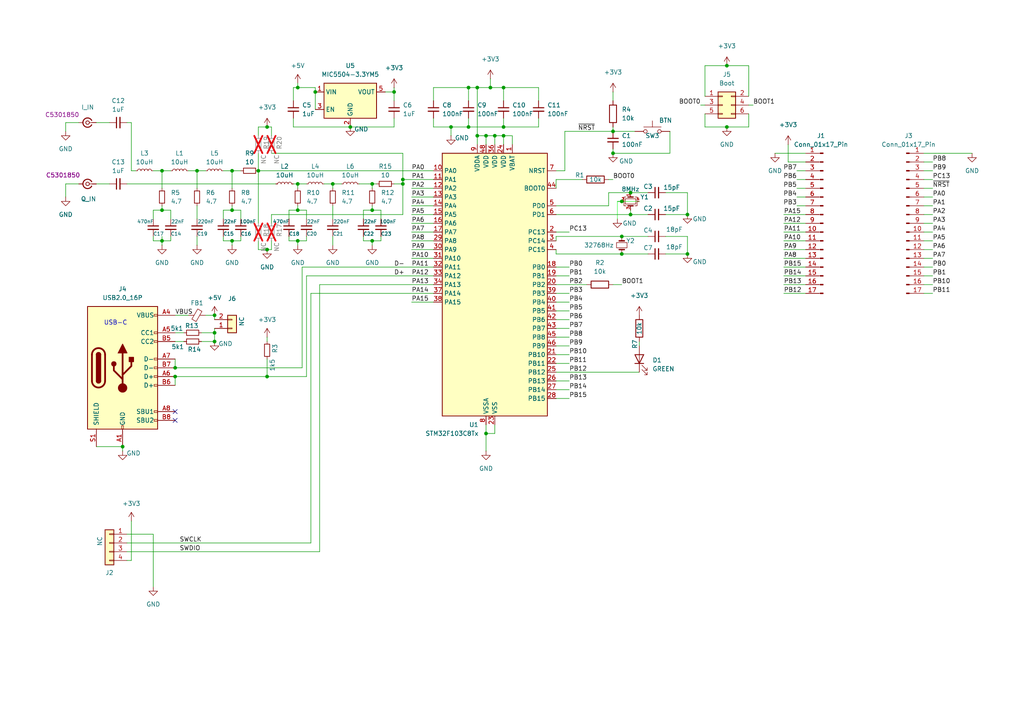
<source format=kicad_sch>
(kicad_sch (version 20250114) (generator "eeschema") (generator_version "9.0")
  (paper "A4")
  (text "USB-C" (at 33.528 93.726 0) (effects (font (size 1.27 1.27))))
  (junction (at 62.23 99.06))
  (junction (at 86.36 69.85))
  (junction (at 77.47 109.22))
  (junction (at 86.36 53.34))
  (junction (at 116.84 52.07))
  (junction (at 116.84 53.34))
  (junction (at 210.82 36.83))
  (junction (at 96.52 53.34))
  (junction (at 180.34 73.66))
  (junction (at 50.8 109.22))
  (junction (at 143.51 39.37))
  (junction (at 67.31 49.53))
  (junction (at 101.6 36.83))
  (junction (at 107.95 69.85))
  (junction (at 146.05 25.4))
  (junction (at 74.93 49.53))
  (junction (at 35.56 129.54))
  (junction (at 138.43 39.37))
  (junction (at 135.89 25.4))
  (junction (at 114.3 26.67))
  (junction (at 86.36 60.96))
  (junction (at 130.81 36.83))
  (junction (at 50.8 106.68))
  (junction (at 46.99 49.53))
  (junction (at 107.95 53.34))
  (junction (at 46.99 60.96))
  (junction (at 138.43 25.4))
  (junction (at 67.31 69.85))
  (junction (at 91.44 26.67))
  (junction (at 146.05 36.83))
  (junction (at 135.89 36.83))
  (junction (at 142.24 25.4))
  (junction (at 86.36 25.4))
  (junction (at 180.34 58.42))
  (junction (at 46.99 69.85))
  (junction (at 62.23 91.44))
  (junction (at 62.23 96.52))
  (junction (at 140.97 39.37))
  (junction (at 67.31 60.96))
  (junction (at 77.47 72.39))
  (junction (at 77.47 36.83))
  (junction (at 146.05 39.37))
  (junction (at 177.8 38.1))
  (junction (at 199.39 73.66))
  (junction (at 107.95 60.96))
  (junction (at 199.39 62.23))
  (junction (at 57.15 49.53))
  (junction (at 177.8 44.45))
  (junction (at 140.97 125.73))
  (junction (at 180.34 68.58))
  (junction (at 182.88 55.88))
  (junction (at 210.82 19.05))
  (junction (at 182.88 62.23))
  (no_connect (at 50.8 119.38))
  (no_connect (at 50.8 121.92))
  (wire (pts (xy 78.74 72.39) (xy 78.74 69.85)))
  (wire (pts (xy 267.97 80.01) (xy 270.51 80.01)))
  (wire (pts (xy 203.2 30.48) (xy 204.47 30.48)))
  (wire (pts (xy 77.47 72.39) (xy 78.74 72.39)))
  (wire (pts (xy 138.43 25.4) (xy 135.89 25.4)))
  (wire (pts (xy 31.75 53.34) (xy 27.94 53.34)))
  (wire (pts (xy 119.38 72.39) (xy 125.73 72.39)))
  (wire (pts (xy 176.53 52.07) (xy 177.8 52.07)))
  (wire (pts (xy 58.42 99.06) (xy 62.23 99.06)))
  (wire (pts (xy 217.17 19.05) (xy 210.82 19.05)))
  (wire (pts (xy 78.74 39.37) (xy 78.74 36.83)))
  (wire (pts (xy 86.36 24.13) (xy 86.36 25.4)))
  (wire (pts (xy 233.68 52.07) (xy 231.14 52.07)))
  (wire (pts (xy 58.42 96.52) (xy 62.23 96.52)))
  (wire (pts (xy 114.3 36.83) (xy 101.6 36.83)))
  (wire (pts (xy 267.97 72.39) (xy 270.51 72.39)))
  (wire (pts (xy 267.97 67.31) (xy 270.51 67.31)))
  (wire (pts (xy 267.97 46.99) (xy 270.51 46.99)))
  (wire (pts (xy 86.36 53.34) (xy 86.36 54.61)))
  (wire (pts (xy 83.82 69.85) (xy 83.82 68.58)))
  (wire (pts (xy 233.68 49.53) (xy 231.14 49.53)))
  (wire (pts (xy 69.85 69.85) (xy 69.85 68.58)))
  (wire (pts (xy 193.04 62.23) (xy 199.39 62.23)))
  (wire (pts (xy 46.99 69.85) (xy 46.99 71.12)))
  (wire (pts (xy 182.88 62.23) (xy 182.88 60.96)))
  (wire (pts (xy 161.29 90.17) (xy 165.1 90.17)))
  (wire (pts (xy 116.84 52.07) (xy 125.73 52.07)))
  (wire (pts (xy 180.34 58.42) (xy 185.42 58.42)) (stroke (width 0) (color 54 255 62 0.36)))
  (wire (pts (xy 227.33 64.77) (xy 233.68 64.77)))
  (wire (pts (xy 36.83 157.48) (xy 90.17 157.48)))
  (wire (pts (xy 74.93 39.37) (xy 74.93 36.83)))
  (wire (pts (xy 36.83 35.56) (xy 38.1 35.56)))
  (wire (pts (xy 36.83 154.94) (xy 44.45 154.94)))
  (wire (pts (xy 180.34 73.66) (xy 187.96 73.66)))
  (wire (pts (xy 46.99 68.58) (xy 46.99 69.85)))
  (wire (pts (xy 116.84 53.34) (xy 114.3 53.34)))
  (wire (pts (xy 36.83 162.56) (xy 38.1 162.56)))
  (wire (pts (xy 86.36 60.96) (xy 88.9 60.96)))
  (wire (pts (xy 119.38 59.69) (xy 125.73 59.69)))
  (wire (pts (xy 74.93 44.45) (xy 74.93 49.53)))
  (wire (pts (xy 83.82 69.85) (xy 86.36 69.85)))
  (wire (pts (xy 143.51 125.73) (xy 143.51 123.19)))
  (wire (pts (xy 74.93 36.83) (xy 77.47 36.83)))
  (wire (pts (xy 83.82 60.96) (xy 83.82 63.5)))
  (wire (pts (xy 224.79 44.45) (xy 233.68 44.45)))
  (wire (pts (xy 161.29 113.03) (xy 165.1 113.03)))
  (wire (pts (xy 105.41 69.85) (xy 105.41 68.58)))
  (wire (pts (xy 267.97 64.77) (xy 270.51 64.77)))
  (wire (pts (xy 62.23 91.44) (xy 62.23 92.71)))
  (wire (pts (xy 140.97 130.81) (xy 140.97 125.73)))
  (wire (pts (xy 204.47 33.02) (xy 204.47 36.83)))
  (wire (pts (xy 125.73 29.21) (xy 125.73 25.4)))
  (wire (pts (xy 227.33 80.01) (xy 233.68 80.01)))
  (wire (pts (xy 140.97 123.19) (xy 140.97 125.73)))
  (wire (pts (xy 130.81 36.83) (xy 130.81 39.37)))
  (wire (pts (xy 161.29 100.33) (xy 165.1 100.33)))
  (wire (pts (xy 87.63 77.47) (xy 125.73 77.47)))
  (wire (pts (xy 64.77 63.5) (xy 64.77 60.96)))
  (wire (pts (xy 267.97 62.23) (xy 270.51 62.23)))
  (wire (pts (xy 143.51 39.37) (xy 140.97 39.37)))
  (wire (pts (xy 119.38 69.85) (xy 125.73 69.85)))
  (wire (pts (xy 148.59 41.91) (xy 148.59 39.37)))
  (wire (pts (xy 67.31 49.53) (xy 67.31 54.61)))
  (wire (pts (xy 50.8 109.22) (xy 50.8 111.76)))
  (wire (pts (xy 74.93 72.39) (xy 77.47 72.39)))
  (wire (pts (xy 125.73 34.29) (xy 125.73 36.83)))
  (wire (pts (xy 161.29 82.55) (xy 170.18 82.55)))
  (wire (pts (xy 119.38 87.63) (xy 125.73 87.63)))
  (wire (pts (xy 146.05 36.83) (xy 146.05 34.29)))
  (wire (pts (xy 179.07 58.42) (xy 180.34 58.42)) (stroke (width 0) (color 54 255 62 0.36)))
  (wire (pts (xy 179.07 58.42) (xy 180.34 58.42)))
  (wire (pts (xy 156.21 25.4) (xy 146.05 25.4)))
  (wire (pts (xy 86.36 53.34) (xy 88.9 53.34)))
  (wire (pts (xy 85.09 36.83) (xy 101.6 36.83)))
  (wire (pts (xy 88.9 109.22) (xy 88.9 80.01)))
  (wire (pts (xy 44.45 69.85) (xy 46.99 69.85)))
  (wire (pts (xy 85.09 34.29) (xy 85.09 36.83)))
  (wire (pts (xy 182.88 62.23) (xy 187.96 62.23)))
  (wire (pts (xy 233.68 54.61) (xy 231.14 54.61)))
  (wire (pts (xy 193.04 68.58) (xy 199.39 68.58)))
  (wire (pts (xy 105.41 60.96) (xy 107.95 60.96)))
  (wire (pts (xy 204.47 36.83) (xy 210.82 36.83)))
  (wire (pts (xy 161.29 73.66) (xy 180.34 73.66)))
  (wire (pts (xy 83.82 60.96) (xy 86.36 60.96)))
  (wire (pts (xy 69.85 63.5) (xy 69.85 60.96)))
  (wire (pts (xy 46.99 60.96) (xy 49.53 60.96)))
  (wire (pts (xy 210.82 36.83) (xy 217.17 36.83)))
  (wire (pts (xy 107.95 71.12) (xy 107.95 69.85)))
  (wire (pts (xy 77.47 97.79) (xy 77.47 99.06)))
  (wire (pts (xy 231.14 59.69) (xy 233.68 59.69)))
  (wire (pts (xy 87.63 106.68) (xy 87.63 77.47)))
  (wire (pts (xy 187.96 68.58) (xy 180.34 68.58)))
  (wire (pts (xy 140.97 41.91) (xy 140.97 39.37)))
  (wire (pts (xy 227.33 85.09) (xy 233.68 85.09)))
  (wire (pts (xy 44.45 69.85) (xy 44.45 68.58)))
  (wire (pts (xy 96.52 53.34) (xy 99.06 53.34)))
  (wire (pts (xy 227.33 82.55) (xy 233.68 82.55)))
  (wire (pts (xy 163.83 49.53) (xy 161.29 49.53)))
  (wire (pts (xy 161.29 52.07) (xy 161.29 54.61)))
  (wire (pts (xy 67.31 69.85) (xy 69.85 69.85)))
  (wire (pts (xy 86.36 25.4) (xy 91.44 25.4)))
  (wire (pts (xy 161.29 68.58) (xy 180.34 68.58)))
  (wire (pts (xy 142.24 25.4) (xy 138.43 25.4)))
  (wire (pts (xy 182.88 55.88) (xy 187.96 55.88)))
  (wire (pts (xy 46.99 69.85) (xy 49.53 69.85)))
  (wire (pts (xy 92.71 82.55) (xy 125.73 82.55)))
  (wire (pts (xy 267.97 85.09) (xy 270.51 85.09)))
  (wire (pts (xy 228.6 46.99) (xy 233.68 46.99)))
  (wire (pts (xy 177.8 26.67) (xy 177.8 29.21)))
  (wire (pts (xy 50.8 104.14) (xy 50.8 106.68)))
  (wire (pts (xy 67.31 69.85) (xy 64.77 69.85)))
  (wire (pts (xy 161.29 95.25) (xy 165.1 95.25)))
  (wire (pts (xy 161.29 107.95) (xy 185.42 107.95)))
  (wire (pts (xy 96.52 59.69) (xy 96.52 63.5)))
  (wire (pts (xy 227.33 77.47) (xy 233.68 77.47)))
  (wire (pts (xy 67.31 71.12) (xy 67.31 69.85)))
  (wire (pts (xy 185.42 100.33) (xy 185.42 99.06)))
  (wire (pts (xy 50.8 109.22) (xy 77.47 109.22)))
  (wire (pts (xy 57.15 59.69) (xy 57.15 63.5)))
  (wire (pts (xy 138.43 41.91) (xy 138.43 39.37)))
  (wire (pts (xy 77.47 104.14) (xy 77.47 109.22)))
  (wire (pts (xy 146.05 41.91) (xy 146.05 39.37)))
  (wire (pts (xy 119.38 67.31) (xy 125.73 67.31)))
  (wire (pts (xy 210.82 19.05) (xy 204.47 19.05)))
  (wire (pts (xy 116.84 52.07) (xy 116.84 53.34)))
  (wire (pts (xy 199.39 68.58) (xy 199.39 73.66)))
  (wire (pts (xy 57.15 49.53) (xy 59.69 49.53)))
  (wire (pts (xy 44.45 154.94) (xy 44.45 170.18)))
  (wire (pts (xy 161.29 87.63) (xy 165.1 87.63)))
  (wire (pts (xy 184.15 38.1) (xy 177.8 38.1)))
  (wire (pts (xy 85.09 25.4) (xy 86.36 25.4)))
  (wire (pts (xy 67.31 49.53) (xy 69.85 49.53)))
  (wire (pts (xy 193.04 73.66) (xy 199.39 73.66)))
  (wire (pts (xy 199.39 55.88) (xy 199.39 62.23)))
  (wire (pts (xy 74.93 49.53) (xy 125.73 49.53)))
  (wire (pts (xy 177.8 43.18) (xy 177.8 44.45)))
  (wire (pts (xy 57.15 68.58) (xy 57.15 71.12)))
  (wire (pts (xy 146.05 39.37) (xy 143.51 39.37)))
  (wire (pts (xy 86.36 69.85) (xy 88.9 69.85)))
  (wire (pts (xy 227.33 74.93) (xy 233.68 74.93)))
  (wire (pts (xy 104.14 53.34) (xy 107.95 53.34)))
  (wire (pts (xy 92.71 160.02) (xy 92.71 82.55)))
  (wire (pts (xy 125.73 25.4) (xy 135.89 25.4)))
  (wire (pts (xy 44.45 60.96) (xy 44.45 63.5)))
  (wire (pts (xy 88.9 60.96) (xy 88.9 63.5)))
  (wire (pts (xy 107.95 59.69) (xy 107.95 60.96)))
  (wire (pts (xy 90.17 85.09) (xy 125.73 85.09)))
  (wire (pts (xy 77.47 109.22) (xy 88.9 109.22)))
  (wire (pts (xy 67.31 59.69) (xy 67.31 60.96)))
  (wire (pts (xy 267.97 49.53) (xy 270.51 49.53)))
  (wire (pts (xy 165.1 115.57) (xy 161.29 115.57)))
  (wire (pts (xy 161.29 77.47) (xy 165.1 77.47)))
  (wire (pts (xy 161.29 92.71) (xy 165.1 92.71)))
  (wire (pts (xy 19.05 38.1) (xy 19.05 35.56)))
  (wire (pts (xy 46.99 59.69) (xy 46.99 60.96)))
  (wire (pts (xy 93.98 53.34) (xy 96.52 53.34)))
  (wire (pts (xy 161.29 102.87) (xy 165.1 102.87)))
  (wire (pts (xy 96.52 68.58) (xy 96.52 71.12)))
  (wire (pts (xy 31.75 35.56) (xy 27.94 35.56)))
  (wire (pts (xy 177.8 38.1) (xy 177.8 36.83)))
  (wire (pts (xy 44.45 60.96) (xy 46.99 60.96)))
  (wire (pts (xy 78.74 62.23) (xy 116.84 62.23)))
  (wire (pts (xy 107.95 53.34) (xy 107.95 54.61)))
  (wire (pts (xy 140.97 125.73) (xy 143.51 125.73)))
  (wire (pts (xy 114.3 34.29) (xy 114.3 36.83)))
  (wire (pts (xy 119.38 62.23) (xy 125.73 62.23)))
  (wire (pts (xy 110.49 63.5) (xy 110.49 60.96)))
  (wire (pts (xy 46.99 49.53) (xy 46.99 54.61)))
  (wire (pts (xy 50.8 91.44) (xy 54.61 91.44)))
  (wire (pts (xy 107.95 69.85) (xy 105.41 69.85)))
  (wire (pts (xy 179.07 58.42) (xy 179.07 63.5)) (stroke (width 0) (color 54 255 62 0.36)))
  (wire (pts (xy 161.29 105.41) (xy 165.1 105.41)))
  (wire (pts (xy 74.93 49.53) (xy 74.93 64.77)))
  (wire (pts (xy 107.95 69.85) (xy 110.49 69.85)))
  (wire (pts (xy 161.29 97.79) (xy 165.1 97.79)))
  (wire (pts (xy 161.29 52.07) (xy 168.91 52.07)))
  (wire (pts (xy 85.09 29.21) (xy 85.09 25.4)))
  (wire (pts (xy 46.99 49.53) (xy 49.53 49.53)))
  (wire (pts (xy 138.43 39.37) (xy 138.43 25.4)))
  (wire (pts (xy 227.33 67.31) (xy 233.68 67.31)))
  (wire (pts (xy 36.83 160.02) (xy 92.71 160.02)))
  (wire (pts (xy 156.21 29.21) (xy 156.21 25.4)))
  (wire (pts (xy 199.39 55.88) (xy 193.04 55.88)))
  (wire (pts (xy 267.97 77.47) (xy 270.51 77.47)))
  (wire (pts (xy 176.53 55.88) (xy 176.53 59.69)))
  (wire (pts (xy 233.68 57.15) (xy 231.14 57.15)))
  (wire (pts (xy 96.52 53.34) (xy 96.52 54.61)))
  (wire (pts (xy 50.8 96.52) (xy 53.34 96.52)))
  (wire (pts (xy 119.38 57.15) (xy 125.73 57.15)))
  (wire (pts (xy 69.85 60.96) (xy 67.31 60.96)))
  (wire (pts (xy 161.29 68.58) (xy 161.29 69.85)))
  (wire (pts (xy 135.89 36.83) (xy 146.05 36.83)))
  (wire (pts (xy 38.1 35.56) (xy 38.1 49.53)))
  (wire (pts (xy 227.33 69.85) (xy 233.68 69.85)))
  (wire (pts (xy 267.97 74.93) (xy 270.51 74.93)))
  (wire (pts (xy 49.53 60.96) (xy 49.53 63.5)))
  (wire (pts (xy 88.9 68.58) (xy 88.9 69.85)))
  (wire (pts (xy 62.23 95.25) (xy 62.23 96.52)))
  (wire (pts (xy 27.94 129.54) (xy 35.56 129.54)))
  (wire (pts (xy 105.41 63.5) (xy 105.41 60.96)))
  (wire (pts (xy 161.29 67.31) (xy 165.1 67.31)))
  (wire (pts (xy 91.44 25.4) (xy 91.44 26.67)))
  (wire (pts (xy 267.97 57.15) (xy 270.51 57.15)))
  (wire (pts (xy 156.21 36.83) (xy 156.21 34.29)))
  (wire (pts (xy 114.3 25.4) (xy 114.3 26.67)))
  (wire (pts (xy 116.84 62.23) (xy 116.84 53.34)))
  (wire (pts (xy 91.44 26.67) (xy 91.44 31.75)))
  (wire (pts (xy 161.29 110.49) (xy 165.1 110.49)))
  (wire (pts (xy 148.59 39.37) (xy 146.05 39.37)))
  (wire (pts (xy 50.8 106.68) (xy 87.63 106.68)))
  (wire (pts (xy 194.31 44.45) (xy 177.8 44.45)))
  (wire (pts (xy 88.9 80.01) (xy 125.73 80.01)))
  (wire (pts (xy 19.05 57.15) (xy 19.05 53.34)))
  (wire (pts (xy 86.36 59.69) (xy 86.36 60.96)))
  (wire (pts (xy 267.97 52.07) (xy 270.51 52.07)))
  (wire (pts (xy 64.77 49.53) (xy 67.31 49.53)))
  (wire (pts (xy 135.89 29.21) (xy 135.89 25.4)))
  (wire (pts (xy 267.97 82.55) (xy 270.51 82.55)))
  (wire (pts (xy 135.89 36.83) (xy 135.89 34.29)))
  (wire (pts (xy 140.97 39.37) (xy 138.43 39.37)))
  (wire (pts (xy 38.1 162.56) (xy 38.1 151.13)))
  (wire (pts (xy 267.97 44.45) (xy 281.94 44.45)))
  (wire (pts (xy 116.84 44.45) (xy 116.84 52.07)))
  (wire (pts (xy 86.36 71.12) (xy 86.36 69.85)))
  (wire (pts (xy 130.81 36.83) (xy 135.89 36.83)))
  (wire (pts (xy 110.49 60.96) (xy 107.95 60.96)))
  (wire (pts (xy 59.69 91.44) (xy 62.23 91.44)))
  (wire (pts (xy 125.73 36.83) (xy 130.81 36.83)))
  (wire (pts (xy 50.8 99.06) (xy 53.34 99.06)))
  (wire (pts (xy 107.95 53.34) (xy 109.22 53.34)))
  (wire (pts (xy 146.05 25.4) (xy 142.24 25.4)))
  (wire (pts (xy 161.29 85.09) (xy 165.1 85.09)))
  (wire (pts (xy 267.97 54.61) (xy 270.51 54.61)))
  (wire (pts (xy 119.38 64.77) (xy 125.73 64.77)))
  (wire (pts (xy 35.56 129.54) (xy 35.56 130.81)))
  (wire (pts (xy 142.24 22.86) (xy 142.24 25.4)))
  (wire (pts (xy 267.97 59.69) (xy 270.51 59.69)))
  (wire (pts (xy 64.77 69.85) (xy 64.77 68.58)))
  (wire (pts (xy 111.76 26.67) (xy 114.3 26.67)))
  (wire (pts (xy 176.53 55.88) (xy 182.88 55.88)))
  (wire (pts (xy 161.29 73.66) (xy 161.29 72.39)))
  (wire (pts (xy 217.17 30.48) (xy 218.44 30.48)))
  (wire (pts (xy 78.74 36.83) (xy 77.47 36.83)))
  (wire (pts (xy 114.3 29.21) (xy 114.3 26.67)))
  (wire (pts (xy 161.29 80.01) (xy 165.1 80.01)))
  (wire (pts (xy 36.83 53.34) (xy 80.01 53.34)))
  (wire (pts (xy 44.45 49.53) (xy 46.99 49.53)))
  (wire (pts (xy 49.53 68.58) (xy 49.53 69.85)))
  (wire (pts (xy 38.1 49.53) (xy 39.37 49.53)))
  (wire (pts (xy 78.74 44.45) (xy 116.84 44.45)))
  (wire (pts (xy 62.23 96.52) (xy 62.23 99.06)))
  (wire (pts (xy 90.17 157.48) (xy 90.17 85.09)))
  (wire (pts (xy 19.05 35.56) (xy 22.86 35.56)))
  (wire (pts (xy 217.17 36.83) (xy 217.17 33.02)))
  (wire (pts (xy 227.33 72.39) (xy 233.68 72.39)))
  (wire (pts (xy 143.51 41.91) (xy 143.51 39.37)))
  (wire (pts (xy 146.05 25.4) (xy 146.05 29.21)))
  (wire (pts (xy 204.47 19.05) (xy 204.47 27.94)))
  (wire (pts (xy 78.74 64.77) (xy 78.74 62.23)))
  (wire (pts (xy 217.17 27.94) (xy 217.17 19.05)))
  (wire (pts (xy 146.05 36.83) (xy 156.21 36.83)))
  (wire (pts (xy 227.33 62.23) (xy 233.68 62.23)))
  (wire (pts (xy 161.29 59.69) (xy 176.53 59.69)))
  (wire (pts (xy 110.49 69.85) (xy 110.49 68.58)))
  (wire (pts (xy 163.83 38.1) (xy 177.8 38.1)))
  (wire (pts (xy 119.38 74.93) (xy 125.73 74.93)))
  (wire (pts (xy 177.8 82.55) (xy 180.34 82.55)))
  (wire (pts (xy 64.77 60.96) (xy 67.31 60.96)))
  (wire (pts (xy 74.93 69.85) (xy 74.93 72.39)))
  (wire (pts (xy 163.83 38.1) (xy 163.83 49.53)))
  (wire (pts (xy 85.09 53.34) (xy 86.36 53.34)))
  (wire (pts (xy 161.29 62.23) (xy 182.88 62.23)))
  (wire (pts (xy 57.15 49.53) (xy 57.15 54.61)))
  (wire (pts (xy 267.97 69.85) (xy 270.51 69.85)))
  (wire (pts (xy 194.31 38.1) (xy 194.31 44.45)))
  (wire (pts (xy 228.6 46.99) (xy 228.6 41.91)))
  (wire (pts (xy 19.05 53.34) (xy 22.86 53.34)))
  (wire (pts (xy 119.38 54.61) (xy 125.73 54.61)))
  (wire (pts (xy 54.61 49.53) (xy 57.15 49.53)))
  (label "PB9" (at 165.1 100.33 0))
  (label "PC13" (at 165.1 67.31 0))
  (label "PB0" (at 165.1 77.47 0))
  (label "PA11" (at 119.38 77.47 0))
  (label "PA12" (at 227.33 64.77 0))
  (label "PB6" (at 165.1 92.71 0))
  (label "PA8" (at 227.33 74.93 0))
  (label "PB8" (at 270.51 46.99 0))
  (label "PA15" (at 119.38 87.63 0))
  (label "PB8" (at 165.1 97.79 0))
  (label "PA10" (at 119.38 74.93 0))
  (label "~{NRST}" (at 167.64 38.1 0))
  (label "PB0" (at 270.51 77.47 0))
  (label "VBUS" (at 50.8 91.44 0))
  (label "PB12" (at 227.33 85.09 0))
  (label "D+" (at 114.3 80.01 0))
  (label "PA10" (at 227.33 69.85 0))
  (label "PA5" (at 270.51 69.85 0))
  (label "PB15" (at 165.1 115.57 0))
  (label "~{NRST}" (at 270.51 54.61 0))
  (label "BOOT0" (at 177.8 52.07 0))
  (label "BOOT1" (at 180.34 82.55 0))
  (label "PA0" (at 270.51 57.15 0))
  (label "PA2" (at 119.38 54.61 0))
  (label "PA8" (at 119.38 69.85 0))
  (label "PA1" (at 270.51 59.69 0))
  (label "PB14" (at 165.1 113.03 0))
  (label "PA7" (at 270.51 74.93 0))
  (label "PA3" (at 270.51 64.77 0))
  (label "PA4" (at 119.38 59.69 0))
  (label "D-" (at 114.3 77.47 0))
  (label "PB2" (at 165.1 82.55 0))
  (label "PA12" (at 119.38 80.01 0))
  (label "PB11" (at 165.1 105.41 0))
  (label "PB5" (at 165.1 90.17 0))
  (label "PB4" (at 165.1 87.63 0))
  (label "PB1" (at 270.51 80.01 0))
  (label "PB12" (at 165.1 107.95 0))
  (label "PB10" (at 165.1 102.87 0))
  (label "PB13" (at 165.1 110.49 0))
  (label "BOOT0" (at 203.2 30.48 180))
  (label "PB1" (at 165.1 80.01 0))
  (label "PA2" (at 270.51 62.23 0))
  (label "PA9" (at 227.33 72.39 0))
  (label "PB13" (at 227.33 82.55 0))
  (label "PB15" (at 227.33 77.47 0))
  (label "PA6" (at 119.38 64.77 0))
  (label "SWCLK" (at 52.07 157.48 0))
  (label "PB11" (at 270.51 85.09 0))
  (label "PB3" (at 231.14 59.69 180))
  (label "PA11" (at 227.33 67.31 0))
  (label "PA4" (at 270.51 67.31 0))
  (label "PA7" (at 119.38 67.31 0))
  (label "PB6" (at 231.14 52.07 180))
  (label "PA5" (at 119.38 62.23 0))
  (label "PA15" (at 227.33 62.23 0))
  (label "PB7" (at 165.1 95.25 0))
  (label "PA9" (at 119.38 72.39 0))
  (label "PB3" (at 165.1 85.09 0))
  (label "PB10" (at 270.51 82.55 0))
  (label "PB9" (at 270.51 49.53 0))
  (label "PA0" (at 119.38 49.53 0))
  (label "PB4" (at 231.14 57.15 180))
  (label "PA13" (at 119.38 82.55 0))
  (label "SWDIO" (at 52.07 160.02 0))
  (label "PB5" (at 231.14 54.61 180))
  (label "PB14" (at 227.33 80.01 0))
  (label "PA6" (at 270.51 72.39 0))
  (label "PA3" (at 119.38 57.15 0))
  (label "BOOT1" (at 218.44 30.48 0))
  (label "PA14" (at 119.38 85.09 0))
  (label "PA1" (at 119.38 52.07 0))
  (label "PC13" (at 270.51 52.07 0))
  (label "PB7" (at 231.14 49.53 180))
  (symbol (lib_id "Connector:Conn_Coaxial_Small") (at 25.4 35.56 180) (unit 1)
    (property "Reference" "J20" (effects (hide yes)))
    (property "Value" "I_IN" (at 25.418 31.11 0))
    (property "Footprint" "Connector_Coaxial:SMA_Samtec_SMA-J-P-H-ST-EM1_EdgeMount" (effects (hide yes)))
    (property "Description" "small coaxial connector (BNC, SMA, SMB, SMC, Cinch/RCA, LEMO, ...)" (effects (hide yes)))
    (property "LCSC" "C5301850" (at 18.034 33.274 0))
  )
  (symbol (lib_id "Connector:Conn_Coaxial_Small") (at 25.4 53.34 180) (unit 1)
    (property "Reference" "J21" (effects (hide yes)))
    (property "Value" "Q_IN" (at 25.672 57.714 0))
    (property "Footprint" "Connector_Coaxial:SMA_Samtec_SMA-J-P-H-ST-EM1_EdgeMount" (effects (hide yes)))
    (property "Description" "small coaxial connector (BNC, SMA, SMB, SMC, Cinch/RCA, LEMO, ...)" (effects (hide yes)))
    (property "LCSC" "C5301850" (at 18.288 50.8 0))
  )
  (symbol (lib_id "Device:C_Small") (at 96.52 66.04 0) (unit 1)
    (property "Reference" "C21" (at 98.044 67.818 0) (effects (font (size 1 1))))
    (property "Value" "220nF" (at 99.06 64.262 0) (effects (font (size 1 1))))
    (property "Footprint" "Capacitor_SMD:C_0402_1005Metric" (effects (hide yes)))
    (property "Description" "Unpolarized capacitor, small symbol" (effects (hide yes)))
    (property "LCSC" "C16772" (effects (hide yes)))
  )
  (symbol (lib_id "Device:C_Small") (at 85.09 31.75 0) (unit 1)
    (property "Reference" "C5" (at 87.63 30.4862 0) (effects (justify left)))
    (property "Value" "1uF" (at 87.63 33.0262 0) (effects (justify left)))
    (property "Footprint" "Capacitor_SMD:C_0805_2012Metric" (effects (hide yes)))
    (property "LCSC" "C28323" (effects (hide yes)))
  )
  (symbol (lib_id "Device:R") (at 173.99 82.55 270) (unit 1)
    (property "Reference" "R2" (at 173.99 76.2 90))
    (property "Value" "10k" (at 173.99 78.74 90))
    (property "Footprint" "Resistor_SMD:R_0402_1005Metric" (effects (hide yes)))
    (property "Description" "Resistor" (effects (hide yes)))
    (property "LCSC" "C25744" (effects (hide yes)))
  )
  (symbol (lib_id "Connector:Conn_01x17_Pin") (at 238.76 64.77 0) (mirror y) (unit 1)
    (property "Reference" "J1" (at 238.125 39.37 0))
    (property "Value" "Conn_01x17_Pin" (at 238.125 41.91 0))
    (property "Footprint" "Connector_PinHeader_2.54mm:PinHeader_1x17_P2.54mm_Vertical" (effects (hide yes)))
    (property "Description" "Generic connector, single row, 01x17, script generated" (effects (hide yes)))
  )
  (symbol (lib_id "power:GND") (at 101.6 36.83 0) (unit 1)
    (property "Reference" "#PWR0127" (effects (hide yes)))
    (property "Value" "GND" (at 104.775 37.465 0))
  )
  (symbol (lib_id "power:+5V") (at 62.23 91.44 0) (unit 1)
    (property "Reference" "#PWR05" (effects (hide yes)))
    (property "Value" "+5V" (at 62.23 86.36 0))
    (property "Description" "Power symbol creates a global label with name \"+5V\"" (effects (hide yes)))
  )
  (symbol (lib_id "Device:C_Small") (at 190.5 55.88 90) (unit 1)
    (property "Reference" "C3" (at 187.96 54.102 90))
    (property "Value" "15pF" (at 194.818 54.356 90))
    (property "Footprint" "Capacitor_SMD:C_0402_1005Metric" (effects (hide yes)))
    (property "Description" "Unpolarized capacitor, small symbol" (effects (hide yes)))
    (property "LCSC" "C1548" (effects (hide yes)))
  )
  (symbol (lib_name "R_Small_1") (lib_id "Device:R_Small") (at 111.76 53.34 270) (unit 1)
    (property "Reference" "R15" (at 111.76 48.26 90))
    (property "Value" "10" (at 111.76 50.8 90))
    (property "Footprint" "Resistor_SMD:R_0603_1608Metric" (effects (hide yes)))
    (property "Description" "Resistor, small symbol" (effects (hide yes)))
    (property "LCSC" "C22859" (effects (hide yes)))
  )
  (symbol (lib_id "Device:L_Small") (at 62.23 49.53 90) (unit 1)
    (property "Reference" "L5" (at 62.23 44.45 90))
    (property "Value" "10uH" (at 62.23 46.99 90))
    (property "Footprint" "Inductor_SMD:L_0805_2012Metric" (effects (hide yes)))
    (property "Description" "Inductor, small symbol" (effects (hide yes)))
    (property "LCSC" "C1046" (effects (hide yes)))
  )
  (symbol (lib_id "power:+3V3") (at 185.42 91.44 0) (unit 1)
    (property "Reference" "#PWR023" (effects (hide yes)))
    (property "Value" "+3V3" (at 185.42 85.725 0))
  )
  (symbol (lib_id "Device:C_Small") (at 88.9 66.04 0) (unit 1)
    (property "Reference" "C20" (at 90.424 67.818 0) (effects (font (size 1 1))))
    (property "Value" "22nF" (at 90.932 64.262 0) (effects (font (size 1 1))))
    (property "Footprint" "Capacitor_SMD:C_0402_1005Metric" (effects (hide yes)))
    (property "Description" "Unpolarized capacitor, small symbol" (effects (hide yes)))
    (property "LCSC" "C1532" (effects (hide yes)))
  )
  (symbol (lib_id "power:GND") (at 107.95 71.12 0) (unit 1)
    (property "Reference" "#PWR028" (effects (hide yes)))
    (property "Value" "GND" (at 107.95 76.2 0))
    (property "Description" "Power symbol creates a global label with name \"GND\" , ground" (effects (hide yes)))
  )
  (symbol (lib_id "Regulator_Linear:MIC5504-3.3YM5") (at 101.6 29.21 0) (unit 1)
    (property "Reference" "U5" (at 101.6 19.05 0))
    (property "Value" "MIC5504-3.3YM5" (at 101.6 21.59 0))
    (property "Footprint" "Package_TO_SOT_SMD:SOT-23-5" (effects (hide yes)))
    (property "Datasheet" "http://ww1.microchip.com/downloads/en/DeviceDoc/MIC550X.pdf" (effects (hide yes)))
    (property "LCSC" "C3021093" (effects (hide yes)))
  )
  (symbol (lib_id "power:GND") (at 199.39 73.66 0) (unit 1)
    (property "Reference" "#PWR013" (effects (hide yes)))
    (property "Value" "GND" (at 202.946 75.946 0))
    (property "Description" "Power symbol creates a global label with name \"GND\" , ground" (effects (hide yes)))
  )
  (symbol (lib_id "Device:R_Small") (at 55.88 99.06 90) (unit 1)
    (property "Reference" "R14" (at 56.388 101.346 90))
    (property "Value" "5k1" (at 51.562 100.584 90))
    (property "Footprint" "Resistor_SMD:R_0402_1005Metric" (effects (hide yes)))
    (property "Description" "Resistor, small symbol" (effects (hide yes)))
    (property "LCSC" "C25905 " (effects (hide yes)))
  )
  (symbol (lib_id "power:GND") (at 130.81 39.37 0) (unit 1)
    (property "Reference" "#PWR021" (effects (hide yes)))
    (property "Value" "GND" (at 133.985 40.005 0))
  )
  (symbol (lib_name "R_Small_1") (lib_id "Device:R_Small") (at 107.95 57.15 180) (unit 1)
    (property "Reference" "R12" (at 110.49 55.8799 0) (effects (justify right)))
    (property "Value" "4.7" (at 110.49 58.4199 0) (effects (justify right)))
    (property "Footprint" "Resistor_SMD:R_0603_1608Metric" (effects (hide yes)))
    (property "Description" "Resistor, small symbol" (effects (hide yes)))
    (property "LCSC" "C23164" (effects (hide yes)))
  )
  (symbol (lib_id "MCU_ST_STM32F1:STM32F103C8Tx") (at 143.51 82.55 0) (mirror y) (unit 1)
    (property "Reference" "U1" (at 138.8267 123.19 0) (effects (justify left)))
    (property "Value" "STM32F103C8Tx" (at 138.8267 125.73 0) (effects (justify left)))
    (property "Footprint" "Package_QFP:LQFP-48_7x7mm_P0.5mm" (effects (hide yes)))
    (property "Datasheet" "https://www.st.com/resource/en/datasheet/stm32f103c8.pdf" (effects (hide yes)))
    (property "Description" "STMicroelectronics Arm Cortex-M3 MCU, 64KB flash, 20KB RAM, 72 MHz, 2.0-3.6V, 37 GPIO, LQFP48" (effects (hide yes)))
    (property "LCSC" "C8734" (effects (hide yes)))
  )
  (symbol (lib_id "power:GND") (at 46.99 71.12 0) (unit 1)
    (property "Reference" "#PWR019" (effects (hide yes)))
    (property "Value" "GND" (at 46.99 76.2 0))
    (property "Description" "Power symbol creates a global label with name \"GND\" , ground" (effects (hide yes)))
  )
  (symbol (lib_id "Connector_Generic:Conn_02x03_Odd_Even") (at 209.55 30.48 0) (unit 1)
    (property "Reference" "J5" (at 210.82 21.59 0))
    (property "Value" "Boot" (at 210.82 24.13 0))
    (property "Footprint" "Connector_PinHeader_2.54mm:PinHeader_2x03_P2.54mm_Vertical" (effects (hide yes)))
    (property "Description" "Generic connector, double row, 02x03, odd/even pin numbering scheme (row 1 odd numbers, row 2 even numbers), script generated (kicad-library-utils/schlib/autogen/connector/)" (effects (hide yes)))
  )
  (symbol (lib_id "Device:R") (at 185.42 95.25 0) (unit 1)
    (property "Reference" "R7" (at 184.15 99.822 90))
    (property "Value" "10k" (at 185.42 95.25 90))
    (property "Footprint" "Resistor_SMD:R_0402_1005Metric" (effects (hide yes)))
    (property "Description" "Resistor" (effects (hide yes)))
    (property "LCSC" "C25744" (effects (hide yes)))
  )
  (symbol (lib_name "R_Small_1") (lib_id "Device:R_Small") (at 86.36 57.15 180) (unit 1)
    (property "Reference" "R10" (at 88.9 55.8799 0) (effects (justify right)))
    (property "Value" "4.7" (at 88.9 58.4199 0) (effects (justify right)))
    (property "Footprint" "Resistor_SMD:R_0603_1608Metric" (effects (hide yes)))
    (property "Description" "Resistor, small symbol" (effects (hide yes)))
    (property "LCSC" "C23164" (effects (hide yes)))
  )
  (symbol (lib_id "Device:C_Small") (at 44.45 66.04 0) (unit 1)
    (property "Reference" "C17" (at 45.974 67.818 0) (effects (font (size 1 1))))
    (property "Value" "470nF" (at 42.164 64.262 0) (effects (font (size 1 1))))
    (property "Footprint" "Capacitor_SMD:C_0603_1608Metric" (effects (hide yes)))
    (property "Description" "Unpolarized capacitor, small symbol" (effects (hide yes)))
    (property "LCSC" "C1623" (effects (hide yes)))
  )
  (symbol (lib_id "power:GND") (at 19.05 38.1 0) (unit 1)
    (property "Reference" "#PWR010" (effects (hide yes)))
    (property "Value" "GND" (at 19.05 43.18 0))
    (property "Description" "Power symbol creates a global label with name \"GND\" , ground" (effects (hide yes)))
  )
  (symbol (lib_id "power:GND") (at 224.79 44.45 0) (unit 1)
    (property "Reference" "#PWR015" (effects (hide yes)))
    (property "Value" "GND" (at 224.79 49.53 0))
    (property "Description" "Power symbol creates a global label with name \"GND\" , ground" (effects (hide yes)))
  )
  (symbol (lib_id "Device:C_Small") (at 146.05 31.75 0) (unit 1)
    (property "Reference" "C10" (at 148.59 30.4862 0) (effects (justify left)))
    (property "Value" "100nF" (at 148.59 33.0262 0) (effects (justify left)))
    (property "Footprint" "Capacitor_SMD:C_0402_1005Metric" (effects (hide yes)))
    (property "Description" "Unpolarized capacitor, small symbol" (effects (hide yes)))
    (property "LCSC" "C307331" (effects (hide yes)))
  )
  (symbol (lib_id "Device:C_Small") (at 69.85 66.04 0) (unit 1)
    (property "Reference" "C16" (at 71.374 67.818 0) (effects (font (size 1 1))))
    (property "Value" "100nF" (at 71.882 64.262 0) (effects (font (size 1 1))))
    (property "Footprint" "Capacitor_SMD:C_0402_1005Metric" (effects (hide yes)))
    (property "Description" "Unpolarized capacitor, small symbol" (effects (hide yes)))
    (property "LCSC" "C307331" (effects (hide yes)))
  )
  (symbol (lib_id "power:+5V") (at 86.36 24.13 0) (unit 1)
    (property "Reference" "#PWR0122" (effects (hide yes)))
    (property "Value" "+5V" (at 86.36 19.05 0))
  )
  (symbol (lib_id "power:GND") (at 57.15 71.12 0) (unit 1)
    (property "Reference" "#PWR025" (effects (hide yes)))
    (property "Value" "GND" (at 57.15 76.2 0))
    (property "Description" "Power symbol creates a global label with name \"GND\" , ground" (effects (hide yes)))
  )
  (symbol (lib_id "power:+3V3") (at 38.1 151.13 0) (unit 1)
    (property "Reference" "#PWR03" (effects (hide yes)))
    (property "Value" "+3V3" (at 38.1 146.05 0))
    (property "Description" "Power symbol creates a global label with name \"+3V3\"" (effects (hide yes)))
  )
  (symbol (lib_id "power:GND") (at 19.05 57.15 0) (unit 1)
    (property "Reference" "#PWR09" (effects (hide yes)))
    (property "Value" "GND" (at 19.05 62.23 0))
    (property "Description" "Power symbol creates a global label with name \"GND\" , ground" (effects (hide yes)))
  )
  (symbol (lib_id "Device:C_Small") (at 190.5 62.23 90) (unit 1)
    (property "Reference" "C2" (at 187.96 60.452 90))
    (property "Value" "15pF" (at 194.818 60.452 90))
    (property "Footprint" "Capacitor_SMD:C_0402_1005Metric" (effects (hide yes)))
    (property "Description" "Unpolarized capacitor, small symbol" (effects (hide yes)))
    (property "LCSC" "C1548" (effects (hide yes)))
  )
  (symbol (lib_id "power:+3V3") (at 210.82 19.05 0) (unit 1)
    (property "Reference" "#PWR017" (effects (hide yes)))
    (property "Value" "+3V3" (at 210.82 13.335 0))
  )
  (symbol (lib_name "R_Small_1") (lib_id "Device:R_Small") (at 72.39 49.53 270) (unit 1)
    (property "Reference" "R9" (at 72.39 44.45 90))
    (property "Value" "10" (at 72.39 46.99 90))
    (property "Footprint" "Resistor_SMD:R_0603_1608Metric" (effects (hide yes)))
    (property "Description" "Resistor, small symbol" (effects (hide yes)))
    (property "LCSC" "C22859" (effects (hide yes)))
  )
  (symbol (lib_name "R_Small_1") (lib_id "Device:R_Small") (at 96.52 57.15 180) (unit 1)
    (property "Reference" "R11" (at 99.06 55.8799 0) (effects (justify right)))
    (property "Value" "4.7" (at 99.06 58.4199 0) (effects (justify right)))
    (property "Footprint" "Resistor_SMD:R_0603_1608Metric" (effects (hide yes)))
    (property "Description" "Resistor, small symbol" (effects (hide yes)))
    (property "LCSC" "C23164" (effects (hide yes)))
  )
  (symbol (lib_id "power:GND") (at 210.82 36.83 0) (unit 1)
    (property "Reference" "#PWR018" (effects (hide yes)))
    (property "Value" "GND" (at 210.82 41.91 0))
    (property "Description" "Power symbol creates a global label with name \"GND\" , ground" (effects (hide yes)))
  )
  (symbol (lib_id "power:GND") (at 199.39 62.23 0) (unit 1)
    (property "Reference" "#PWR012" (effects (hide yes)))
    (property "Value" "GND" (at 202.946 63.5 0))
    (property "Description" "Power symbol creates a global label with name \"GND\" , ground" (effects (hide yes)))
  )
  (symbol (lib_id "Device:L_Small") (at 82.55 53.34 90) (unit 1)
    (property "Reference" "L2" (at 82.55 48.26 90))
    (property "Value" "10uH" (at 82.55 50.8 90))
    (property "Footprint" "Inductor_SMD:L_0805_2012Metric" (effects (hide yes)))
    (property "Description" "Inductor, small symbol" (effects (hide yes)))
    (property "LCSC" "C1046" (effects (hide yes)))
  )
  (symbol (lib_id "Device:C_Small") (at 64.77 66.04 0) (unit 1)
    (property "Reference" "C15" (at 66.294 67.818 0) (effects (font (size 1 1))))
    (property "Value" "22nF" (at 66.802 64.262 0) (effects (font (size 1 1))))
    (property "Footprint" "Capacitor_SMD:C_0402_1005Metric" (effects (hide yes)))
    (property "Description" "Unpolarized capacitor, small symbol" (effects (hide yes)))
    (property "LCSC" "C1532" (effects (hide yes)))
  )
  (symbol (lib_id "Device:C_Small") (at 83.82 66.04 0) (unit 1)
    (property "Reference" "C18" (at 85.344 67.818 0) (effects (font (size 1 1))))
    (property "Value" "470nF" (at 81.534 64.262 0) (effects (font (size 1 1))))
    (property "Footprint" "Capacitor_SMD:C_0603_1608Metric" (effects (hide yes)))
    (property "Description" "Unpolarized capacitor, small symbol" (effects (hide yes)))
    (property "LCSC" "C1623" (effects (hide yes)))
  )
  (symbol (lib_id "power:GND") (at 140.97 130.81 0) (unit 1)
    (property "Reference" "#PWR01" (effects (hide yes)))
    (property "Value" "GND" (at 140.97 135.89 0))
    (property "Description" "Power symbol creates a global label with name \"GND\" , ground" (effects (hide yes)))
  )
  (symbol (lib_id "Connector_Generic:Conn_01x02") (at 67.31 95.25 0) (mirror x) (unit 1)
    (property "Reference" "J6" (at 67.31 86.614 0))
    (property "Value" "NC" (at 70.104 93.218 90))
    (property "Footprint" "Connector_PinHeader_2.54mm:PinHeader_1x02_P2.54mm_Vertical" (effects (hide yes)))
    (property "Description" "Generic connector, single row, 01x02, script generated (kicad-library-utils/schlib/autogen/connector/)" (effects (hide yes)))
  )
  (symbol (lib_name "R_Small_1") (lib_id "Device:R_Small") (at 46.99 57.15 180) (unit 1)
    (property "Reference" "R5" (at 49.53 55.8799 0) (effects (justify right)))
    (property "Value" "4.7" (at 49.53 58.4199 0) (effects (justify right)))
    (property "Footprint" "Resistor_SMD:R_0603_1608Metric" (effects (hide yes)))
    (property "Description" "Resistor, small symbol" (effects (hide yes)))
    (property "LCSC" "C23164" (effects (hide yes)))
  )
  (symbol (lib_id "Device:R_Small") (at 74.93 67.31 180) (unit 1) (dnp yes)
    (property "Reference" "R18" (at 77.216 66.802 90))
    (property "Value" "NC" (at 76.454 71.628 90))
    (property "Footprint" "Resistor_SMD:R_0402_1005Metric" (effects (hide yes)))
    (property "Description" "Resistor, small symbol" (effects (hide yes)))
    (property "LCSC" "C25867" (effects (hide yes)))
  )
  (symbol (lib_id "Device:L_Small") (at 91.44 53.34 90) (unit 1)
    (property "Reference" "L4" (at 91.44 48.26 90))
    (property "Value" "10uH" (at 91.44 50.8 90))
    (property "Footprint" "Inductor_SMD:L_0805_2012Metric" (effects (hide yes)))
    (property "Description" "Inductor, small symbol" (effects (hide yes)))
    (property "LCSC" "C1046" (effects (hide yes)))
  )
  (symbol (lib_id "Device:LED") (at 185.42 104.14 90) (unit 1)
    (property "Reference" "D1" (at 189.23 104.4574 90) (effects (justify right)))
    (property "Value" "GREEN" (at 189.23 106.9974 90) (effects (justify right)))
    (property "Footprint" "LED_SMD:LED_0805_2012Metric" (effects (hide yes)))
    (property "Description" "Light emitting diode" (effects (hide yes)))
    (property "Sim.Pins" "1=K 2=A" (effects (hide yes)))
    (property "LCSC" "C2297" (effects (hide yes)))
  )
  (symbol (lib_id "power:+3V3") (at 228.6 41.91 0) (unit 1)
    (property "Reference" "#PWR011" (effects (hide yes)))
    (property "Value" "+3V3" (at 228.6 36.195 0))
  )
  (symbol (lib_id "Device:R") (at 177.8 33.02 180) (unit 1)
    (property "Reference" "R4" (at 180.34 31.7499 0) (effects (justify right)))
    (property "Value" "10k" (at 180.34 34.2899 0) (effects (justify right)))
    (property "Footprint" "Resistor_SMD:R_0402_1005Metric" (effects (hide yes)))
    (property "Description" "Resistor" (effects (hide yes)))
    (property "LCSC" "C25744" (effects (hide yes)))
  )
  (symbol (lib_id "power:GND") (at 86.36 71.12 0) (unit 1)
    (property "Reference" "#PWR026" (effects (hide yes)))
    (property "Value" "GND" (at 86.36 76.2 0))
    (property "Description" "Power symbol creates a global label with name \"GND\" , ground" (effects (hide yes)))
  )
  (symbol (lib_id "Device:L_Small") (at 41.91 49.53 90) (unit 1)
    (property "Reference" "L3" (at 41.91 44.45 90))
    (property "Value" "10uH" (at 41.91 46.99 90))
    (property "Footprint" "Inductor_SMD:L_0805_2012Metric" (effects (hide yes)))
    (property "Description" "Inductor, small symbol" (effects (hide yes)))
    (property "LCSC" "C1046" (effects (hide yes)))
  )
  (symbol (lib_id "power:GND") (at 44.45 170.18 0) (unit 1)
    (property "Reference" "#PWR02" (effects (hide yes)))
    (property "Value" "GND" (at 44.45 175.26 0))
    (property "Description" "Power symbol creates a global label with name \"GND\" , ground" (effects (hide yes)))
  )
  (symbol (lib_id "power:+3V3") (at 77.47 97.79 0) (unit 1)
    (property "Reference" "#PWR014" (effects (hide yes)))
    (property "Value" "+3V3" (at 77.47 92.71 0))
    (property "Description" "Power symbol creates a global label with name \"+3V3\"" (effects (hide yes)))
  )
  (symbol (lib_id "power:GND") (at 77.47 72.39 0) (unit 1)
    (property "Reference" "#PWR029" (effects (hide yes)))
    (property "Value" "GND" (at 77.47 77.47 0))
    (property "Description" "Power symbol creates a global label with name \"GND\" , ground" (effects (hide yes)))
  )
  (symbol (lib_id "Device:R_Small") (at 74.93 41.91 180) (unit 1) (dnp yes)
    (property "Reference" "R19" (at 77.216 41.402 90))
    (property "Value" "NC" (at 76.454 46.228 90))
    (property "Footprint" "Resistor_SMD:R_0402_1005Metric" (effects (hide yes)))
    (property "Description" "Resistor, small symbol" (effects (hide yes)))
    (property "LCSC" "C25867" (effects (hide yes)))
  )
  (symbol (lib_id "Device:C_Small") (at 57.15 66.04 0) (unit 1)
    (property "Reference" "C19" (at 58.674 67.818 0) (effects (font (size 1 1))))
    (property "Value" "220nF" (at 59.69 64.262 0) (effects (font (size 1 1))))
    (property "Footprint" "Capacitor_SMD:C_0402_1005Metric" (effects (hide yes)))
    (property "Description" "Unpolarized capacitor, small symbol" (effects (hide yes)))
    (property "LCSC" "C16772" (effects (hide yes)))
  )
  (symbol (lib_id "Connector_Generic:Conn_01x04") (at 31.75 157.48 0) (mirror y) (unit 1)
    (property "Reference" "J2" (at 31.75 166.116 0))
    (property "Value" "NC" (at 28.956 156.972 90))
    (property "Footprint" "Connector_PinHeader_2.54mm:PinHeader_1x04_P2.54mm_Vertical" (effects (hide yes)))
    (property "Description" "Generic connector, single row, 01x04, script generated (kicad-library-utils/schlib/autogen/connector/)" (effects (hide yes)))
  )
  (symbol (lib_id "Device:R_Small") (at 78.74 67.31 180) (unit 1) (dnp yes)
    (property "Reference" "R17" (at 81.026 66.802 90))
    (property "Value" "NC" (at 80.264 71.628 90))
    (property "Footprint" "Resistor_SMD:R_0402_1005Metric" (effects (hide yes)))
    (property "Description" "Resistor, small symbol" (effects (hide yes)))
    (property "LCSC" "C25867" (effects (hide yes)))
  )
  (symbol (lib_id "Device:L_Small") (at 52.07 49.53 90) (unit 1)
    (property "Reference" "L1" (at 52.07 44.45 90))
    (property "Value" "10uH" (at 52.07 46.99 90))
    (property "Footprint" "Inductor_SMD:L_0805_2012Metric" (effects (hide yes)))
    (property "Description" "Inductor, small symbol" (effects (hide yes)))
    (property "LCSC" "C1046" (effects (hide yes)))
  )
  (symbol (lib_id "power:GND") (at 62.23 99.06 0) (unit 1)
    (property "Reference" "#PWR06" (effects (hide yes)))
    (property "Value" "GND" (at 65.405 99.695 0))
    (property "Description" "Power symbol creates a global label with name \"GND\" , ground" (effects (hide yes)))
  )
  (symbol (lib_id "Device:C_Small") (at 110.49 66.04 0) (unit 1)
    (property "Reference" "C23" (at 112.014 67.818 0) (effects (font (size 1 1))))
    (property "Value" "100nF" (at 112.522 64.262 0) (effects (font (size 1 1))))
    (property "Footprint" "Capacitor_SMD:C_0402_1005Metric" (effects (hide yes)))
    (property "Description" "Unpolarized capacitor, small symbol" (effects (hide yes)))
    (property "LCSC" "C307331" (effects (hide yes)))
  )
  (symbol (lib_id "Device:R_Small") (at 77.47 101.6 180) (unit 1)
    (property "Reference" "R3" (at 79.756 101.092 90))
    (property "Value" "1k5" (at 78.994 105.918 90))
    (property "Footprint" "Resistor_SMD:R_0402_1005Metric" (effects (hide yes)))
    (property "Description" "Resistor, small symbol" (effects (hide yes)))
    (property "LCSC" "C25867" (effects (hide yes)))
  )
  (symbol (lib_id "Device:C_Small") (at 177.8 40.64 0) (unit 1)
    (property "Reference" "C1" (at 180.34 39.3762 0) (effects (justify left)))
    (property "Value" "100nF" (at 180.34 41.9162 0) (effects (justify left)))
    (property "Footprint" "Capacitor_SMD:C_0402_1005Metric" (effects (hide yes)))
    (property "Description" "Unpolarized capacitor, small symbol" (effects (hide yes)))
    (property "LCSC" "C307331" (effects (hide yes)))
  )
  (symbol (lib_id "Device:R") (at 172.72 52.07 270) (unit 1)
    (property "Reference" "R1" (at 168.148 50.8 90))
    (property "Value" "10k" (at 172.72 52.07 90))
    (property "Footprint" "Resistor_SMD:R_0402_1005Metric" (effects (hide yes)))
    (property "Description" "Resistor" (effects (hide yes)))
    (property "LCSC" "C25744" (effects (hide yes)))
  )
  (symbol (lib_id "power:GND") (at 177.8 44.45 0) (unit 1)
    (property "Reference" "#PWR07" (effects (hide yes)))
    (property "Value" "GND" (at 181.61 46.736 0))
    (property "Description" "Power symbol creates a global label with name \"GND\" , ground" (effects (hide yes)))
  )
  (symbol (lib_id "power:GND") (at 67.31 71.12 0) (unit 1)
    (property "Reference" "#PWR024" (effects (hide yes)))
    (property "Value" "GND" (at 67.31 76.2 0))
    (property "Description" "Power symbol creates a global label with name \"GND\" , ground" (effects (hide yes)))
  )
  (symbol (lib_id "power:GND") (at 96.52 71.12 0) (unit 1)
    (property "Reference" "#PWR027" (effects (hide yes)))
    (property "Value" "GND" (at 96.52 76.2 0))
    (property "Description" "Power symbol creates a global label with name \"GND\" , ground" (effects (hide yes)))
  )
  (symbol (lib_id "Device:R_Small") (at 55.88 96.52 90) (unit 1)
    (property "Reference" "R13" (at 55.626 94.488 90))
    (property "Value" "5k1" (at 51.308 95.25 90))
    (property "Footprint" "Resistor_SMD:R_0402_1005Metric" (effects (hide yes)))
    (property "Description" "Resistor, small symbol" (effects (hide yes)))
    (property "LCSC" "C25905 " (effects (hide yes)))
  )
  (symbol (lib_id "power:GND") (at 35.56 130.81 0) (unit 1)
    (property "Reference" "#PWR04" (effects (hide yes)))
    (property "Value" "GND" (at 38.735 131.445 0))
    (property "Description" "Power symbol creates a global label with name \"GND\" , ground" (effects (hide yes)))
  )
  (symbol (lib_id "Connector:USB_C_Receptacle_USB2.0_16P") (at 35.56 106.68 0) (unit 1)
    (property "Reference" "J4" (at 35.56 83.82 0))
    (property "Value" "USB2.0_16P" (at 35.56 86.36 0))
    (property "Footprint" "Connector_USB:USB_C_Receptacle_HCTL_HC-TYPE-C-16P-01A" (effects (hide yes)))
    (property "Datasheet" "https://www.usb.org/sites/default/files/documents/usb_type-c.zip" (effects (hide yes)))
    (property "Description" "USB 2.0-only 16P Type-C Receptacle connector" (effects (hide yes)))
    (property "LCSC" "C2894897" (effects (hide yes)))
  )
  (symbol (lib_id "power:+3V3") (at 177.8 26.67 0) (unit 1)
    (property "Reference" "#PWR08" (effects (hide yes)))
    (property "Value" "+3V3" (at 177.8 20.955 0))
  )
  (symbol (lib_id "Device:C_Small") (at 135.89 31.75 0) (unit 1)
    (property "Reference" "C9" (at 138.43 30.4862 0) (effects (justify left)))
    (property "Value" "100nF" (at 138.43 33.0262 0) (effects (justify left)))
    (property "Footprint" "Capacitor_SMD:C_0402_1005Metric" (effects (hide yes)))
    (property "Description" "Unpolarized capacitor, small symbol" (effects (hide yes)))
    (property "LCSC" "C307331" (effects (hide yes)))
  )
  (symbol (lib_id "Device:C_Small") (at 105.41 66.04 0) (unit 1)
    (property "Reference" "C22" (at 106.934 67.818 0) (effects (font (size 1 1))))
    (property "Value" "22nF" (at 107.442 64.262 0) (effects (font (size 1 1))))
    (property "Footprint" "Capacitor_SMD:C_0402_1005Metric" (effects (hide yes)))
    (property "Description" "Unpolarized capacitor, small symbol" (effects (hide yes)))
    (property "LCSC" "C1532" (effects (hide yes)))
  )
  (symbol (lib_id "Device:C_Small") (at 190.5 73.66 90) (unit 1)
    (property "Reference" "C7" (at 187.96 71.882 90))
    (property "Value" "18pF" (at 195.58 71.628 90))
    (property "Footprint" "Capacitor_SMD:C_0402_1005Metric" (effects (hide yes)))
    (property "Description" "Unpolarized capacitor, small symbol" (effects (hide yes)))
    (property "LCSC" "C1549" (effects (hide yes)))
  )
  (symbol (lib_id "Connector:Conn_01x17_Pin") (at 262.89 64.77 0) (unit 1)
    (property "Reference" "J3" (at 263.525 39.37 0))
    (property "Value" "Conn_01x17_Pin" (at 263.525 41.91 0))
    (property "Footprint" "Connector_PinHeader_2.54mm:PinHeader_1x17_P2.54mm_Vertical" (effects (hide yes)))
    (property "Description" "Generic connector, single row, 01x17, script generated" (effects (hide yes)))
  )
  (symbol (lib_id "Device:Crystal_GND24_Small") (at 182.88 58.42 270) (unit 1)
    (property "Reference" "Y1" (at 186.944 57.15 90))
    (property "Value" "8MHz" (at 182.88 54.864 90))
    (property "Footprint" "Crystal:Crystal_SMD_3225-4Pin_3.2x2.5mm" (effects (hide yes)))
    (property "Description" "Four pin crystal, GND on pins 2 and 4, small symbol" (effects (hide yes)))
    (property "LCSC" "C5308002" (effects (hide yes)))
  )
  (symbol (lib_id "Device:C_Small") (at 34.29 53.34 90) (unit 1)
    (property "Reference" "C13" (at 34.2963 46.99 90))
    (property "Value" "1uF" (at 34.2963 49.53 90))
    (property "Footprint" "Capacitor_SMD:C_0805_2012Metric" (effects (hide yes)))
    (property "LCSC" "C28323" (effects (hide yes)))
  )
  (symbol (lib_id "Device:C_Small") (at 125.73 31.75 0) (unit 1)
    (property "Reference" "C8" (at 128.27 30.4862 0) (effects (justify left)))
    (property "Value" "100nF" (at 128.27 33.0262 0) (effects (justify left)))
    (property "Footprint" "Capacitor_SMD:C_0402_1005Metric" (effects (hide yes)))
    (property "Description" "Unpolarized capacitor, small symbol" (effects (hide yes)))
    (property "LCSC" "C307331" (effects (hide yes)))
  )
  (symbol (lib_id "power:+3V3") (at 142.24 22.86 0) (unit 1)
    (property "Reference" "#PWR020" (effects (hide yes)))
    (property "Value" "+3V3" (at 142.24 17.145 0))
  )
  (symbol (lib_id "Device:C_Small") (at 190.5 68.58 90) (unit 1)
    (property "Reference" "C4" (at 187.96 66.802 90))
    (property "Value" "18pF" (at 195.58 66.548 90))
    (property "Footprint" "Capacitor_SMD:C_0402_1005Metric" (effects (hide yes)))
    (property "Description" "Unpolarized capacitor, small symbol" (effects (hide yes)))
    (property "LCSC" "C1549" (effects (hide yes)))
  )
  (symbol (lib_name "R_Small_1") (lib_id "Device:R_Small") (at 57.15 57.15 180) (unit 1)
    (property "Reference" "R6" (at 59.69 55.8799 0) (effects (justify right)))
    (property "Value" "4.7" (at 59.69 58.4199 0) (effects (justify right)))
    (property "Footprint" "Resistor_SMD:R_0603_1608Metric" (effects (hide yes)))
    (property "Description" "Resistor, small symbol" (effects (hide yes)))
    (property "LCSC" "C23164" (effects (hide yes)))
  )
  (symbol (lib_id "Switch:SW_Push") (at 189.23 38.1 0) (unit 1)
    (property "Reference" "SW3" (at 189.23 39.37 0))
    (property "Value" "BTN" (at 193.04 34.925 0))
    (property "Footprint" "Button_Switch_SMD:SW_SPST_TL3342" (effects (hide yes)))
    (property "LCSC" "C318884" (effects (hide yes)))
  )
  (symbol (lib_id "Device:L_Small") (at 101.6 53.34 90) (unit 1)
    (property "Reference" "L6" (at 101.6 48.26 90))
    (property "Value" "10uH" (at 101.6 50.8 90))
    (property "Footprint" "Inductor_SMD:L_0805_2012Metric" (effects (hide yes)))
    (property "Description" "Inductor, small symbol" (effects (hide yes)))
    (property "LCSC" "C1046" (effects (hide yes)))
  )
  (symbol (lib_id "power:+3V3") (at 77.47 36.83 0) (unit 1)
    (property "Reference" "#PWR030" (effects (hide yes)))
    (property "Value" "+3V3" (at 77.47 31.115 0))
  )
  (symbol (lib_id "Device:C_Small") (at 34.29 35.56 90) (unit 1)
    (property "Reference" "C12" (at 34.2963 29.21 90))
    (property "Value" "1uF" (at 34.2963 31.75 90))
    (property "Footprint" "Capacitor_SMD:C_0805_2012Metric" (effects (hide yes)))
    (property "LCSC" "C28323" (effects (hide yes)))
  )
  (symbol (lib_id "Device:C_Small") (at 114.3 31.75 0) (unit 1)
    (property "Reference" "C6" (at 116.84 30.4862 0) (effects (justify left)))
    (property "Value" "1uF" (at 116.84 33.0262 0) (effects (justify left)))
    (property "Footprint" "Capacitor_SMD:C_0805_2012Metric" (effects (hide yes)))
    (property "LCSC" "C28323" (effects (hide yes)))
  )
  (symbol (lib_id "Device:R_Small") (at 78.74 41.91 180) (unit 1) (dnp yes)
    (property "Reference" "R20" (at 81.026 41.402 90))
    (property "Value" "NC" (at 80.264 46.228 90))
    (property "Footprint" "Resistor_SMD:R_0402_1005Metric" (effects (hide yes)))
    (property "Description" "Resistor, small symbol" (effects (hide yes)))
    (property "LCSC" "C25867" (effects (hide yes)))
  )
  (symbol (lib_id "power:GND") (at 281.94 44.45 0) (unit 1)
    (property "Reference" "#PWR016" (effects (hide yes)))
    (property "Value" "GND" (at 281.94 49.53 0))
    (property "Description" "Power symbol creates a global label with name \"GND\" , ground" (effects (hide yes)))
  )
  (symbol (lib_id "power:+3V3") (at 114.3 25.4 0) (unit 1)
    (property "Reference" "#PWR0120" (effects (hide yes)))
    (property "Value" "+3V3" (at 114.3 19.685 0))
  )
  (symbol (lib_id "Device:C_Small") (at 156.21 31.75 0) (unit 1)
    (property "Reference" "C11" (at 158.75 30.4862 0) (effects (justify left)))
    (property "Value" "100nF" (at 158.75 33.0262 0) (effects (justify left)))
    (property "Footprint" "Capacitor_SMD:C_0402_1005Metric" (effects (hide yes)))
    (property "Description" "Unpolarized capacitor, small symbol" (effects (hide yes)))
    (property "LCSC" "C307331" (effects (hide yes)))
  )
  (symbol (lib_id "power:GND") (at 179.07 63.5 0) (unit 1)
    (property "Reference" "#PWR022" (effects (hide yes)))
    (property "Value" "GND" (at 182.626 64.77 0))
    (property "Description" "Power symbol creates a global label with name \"GND\" , ground" (effects (hide yes)))
  )
  (symbol (lib_name "R_Small_1") (lib_id "Device:R_Small") (at 67.31 57.15 180) (unit 1)
    (property "Reference" "R8" (at 69.85 55.8799 0) (effects (justify right)))
    (property "Value" "4.7" (at 69.85 58.4199 0) (effects (justify right)))
    (property "Footprint" "Resistor_SMD:R_0603_1608Metric" (effects (hide yes)))
    (property "Description" "Resistor, small symbol" (effects (hide yes)))
    (property "LCSC" "C23164" (effects (hide yes)))
  )
  (symbol (lib_id "Device:C_Small") (at 49.53 66.04 0) (unit 1)
    (property "Reference" "C14" (at 51.054 67.818 0) (effects (font (size 1 1))))
    (property "Value" "22nF" (at 51.562 64.262 0) (effects (font (size 1 1))))
    (property "Footprint" "Capacitor_SMD:C_0402_1005Metric" (effects (hide yes)))
    (property "Description" "Unpolarized capacitor, small symbol" (effects (hide yes)))
    (property "LCSC" "C1532" (effects (hide yes)))
  )
  (symbol (lib_id "Device:Crystal_Small") (at 180.34 71.12 90) (unit 1)
    (property "Reference" "Y2" (at 181.61 69.8499 90) (effects (justify right)))
    (property "Value" "32768Hz" (at 169.418 71.12 90) (effects (justify right)))
    (property "Footprint" "Crystal:Crystal_SMD_3215-2Pin_3.2x1.5mm" (effects (hide yes)))
    (property "Description" "Two pin crystal, small symbol" (effects (hide yes)))
    (property "LCSC" "C32346" (effects (hide yes)))
  )
  (symbol (lib_id "Device:FerriteBead_Small") (at 57.15 91.44 90) (unit 1)
    (property "Reference" "FB1" (at 57.15 87.884 90))
    (property "Value" "FerriteBead_Small" (effects (hide yes)))
    (property "Footprint" "Inductor_SMD:L_0603_1608Metric" (effects (hide yes)))
    (property "Description" "Ferrite bead, small symbol" (effects (hide yes)))
    (property "LCSC" "C14709" (effects (hide yes)))
  )
)
</source>
